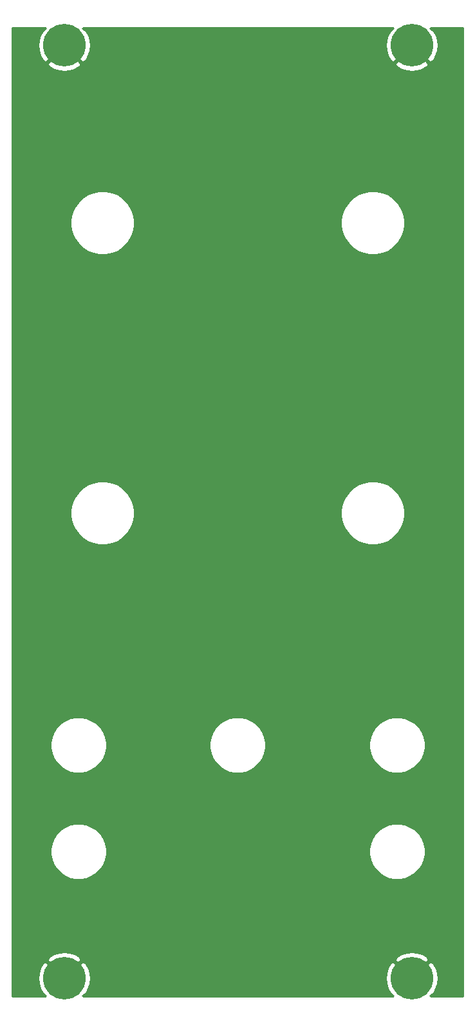
<source format=gbr>
%TF.GenerationSoftware,KiCad,Pcbnew,5.1.6-c6e7f7d~87~ubuntu18.04.1*%
%TF.CreationDate,2020-07-29T19:06:40-04:00*%
%TF.ProjectId,front_panel,66726f6e-745f-4706-916e-656c2e6b6963,rev?*%
%TF.SameCoordinates,Original*%
%TF.FileFunction,Copper,L2,Bot*%
%TF.FilePolarity,Positive*%
%FSLAX46Y46*%
G04 Gerber Fmt 4.6, Leading zero omitted, Abs format (unit mm)*
G04 Created by KiCad (PCBNEW 5.1.6-c6e7f7d~87~ubuntu18.04.1) date 2020-07-29 19:06:40*
%MOMM*%
%LPD*%
G01*
G04 APERTURE LIST*
%TA.AperFunction,ComponentPad*%
%ADD10C,5.600000*%
%TD*%
%TA.AperFunction,Conductor*%
%ADD11C,0.254000*%
%TD*%
G04 APERTURE END LIST*
D10*
%TO.P,H4,1*%
%TO.N,GND*%
X53220000Y-125500000D03*
%TD*%
%TO.P,H3,1*%
%TO.N,GND*%
X53220000Y-3000000D03*
%TD*%
%TO.P,H2,1*%
%TO.N,GND*%
X7500000Y-125500000D03*
%TD*%
%TO.P,H1,1*%
%TO.N,GND*%
X7500000Y-3000000D03*
%TD*%
D11*
%TO.N,GND*%
G36*
X5083517Y-763125D02*
G01*
X4634823Y-1075308D01*
X4314388Y-1671259D01*
X4116374Y-2318273D01*
X4048390Y-2991484D01*
X4113051Y-3665023D01*
X4307870Y-4313006D01*
X4625361Y-4910530D01*
X4634823Y-4924692D01*
X5083519Y-5236876D01*
X7320395Y-3000000D01*
X7306253Y-2985858D01*
X7485858Y-2806253D01*
X7500000Y-2820395D01*
X7514143Y-2806253D01*
X7693748Y-2985858D01*
X7679605Y-3000000D01*
X9916481Y-5236876D01*
X10365177Y-4924692D01*
X10685612Y-4328741D01*
X10883626Y-3681727D01*
X10951610Y-3008516D01*
X10886949Y-2334977D01*
X10692130Y-1686994D01*
X10374639Y-1089470D01*
X10365177Y-1075308D01*
X9916483Y-763125D01*
X10019608Y-660000D01*
X50700392Y-660000D01*
X50803517Y-763125D01*
X50354823Y-1075308D01*
X50034388Y-1671259D01*
X49836374Y-2318273D01*
X49768390Y-2991484D01*
X49833051Y-3665023D01*
X50027870Y-4313006D01*
X50345361Y-4910530D01*
X50354823Y-4924692D01*
X50803519Y-5236876D01*
X53040395Y-3000000D01*
X53026253Y-2985858D01*
X53205858Y-2806253D01*
X53220000Y-2820395D01*
X53234143Y-2806253D01*
X53413748Y-2985858D01*
X53399605Y-3000000D01*
X55636481Y-5236876D01*
X56085177Y-4924692D01*
X56405612Y-4328741D01*
X56603626Y-3681727D01*
X56671610Y-3008516D01*
X56606949Y-2334977D01*
X56412130Y-1686994D01*
X56094639Y-1089470D01*
X56085177Y-1075308D01*
X55636483Y-763125D01*
X55739608Y-660000D01*
X59940000Y-660000D01*
X59940001Y-127840000D01*
X55739608Y-127840000D01*
X55636483Y-127736875D01*
X56085177Y-127424692D01*
X56405612Y-126828741D01*
X56603626Y-126181727D01*
X56671610Y-125508516D01*
X56606949Y-124834977D01*
X56412130Y-124186994D01*
X56094639Y-123589470D01*
X56085177Y-123575308D01*
X55636481Y-123263124D01*
X53399605Y-125500000D01*
X53413748Y-125514143D01*
X53234143Y-125693748D01*
X53220000Y-125679605D01*
X53205858Y-125693748D01*
X53026253Y-125514143D01*
X53040395Y-125500000D01*
X50803519Y-123263124D01*
X50354823Y-123575308D01*
X50034388Y-124171259D01*
X49836374Y-124818273D01*
X49768390Y-125491484D01*
X49833051Y-126165023D01*
X50027870Y-126813006D01*
X50345361Y-127410530D01*
X50354823Y-127424692D01*
X50803517Y-127736875D01*
X50700392Y-127840000D01*
X10019608Y-127840000D01*
X9916483Y-127736875D01*
X10365177Y-127424692D01*
X10685612Y-126828741D01*
X10883626Y-126181727D01*
X10951610Y-125508516D01*
X10886949Y-124834977D01*
X10692130Y-124186994D01*
X10374639Y-123589470D01*
X10365177Y-123575308D01*
X9916481Y-123263124D01*
X7679605Y-125500000D01*
X7693748Y-125514143D01*
X7514143Y-125693748D01*
X7500000Y-125679605D01*
X7485858Y-125693748D01*
X7306253Y-125514143D01*
X7320395Y-125500000D01*
X5083519Y-123263124D01*
X4634823Y-123575308D01*
X4314388Y-124171259D01*
X4116374Y-124818273D01*
X4048390Y-125491484D01*
X4113051Y-126165023D01*
X4307870Y-126813006D01*
X4625361Y-127410530D01*
X4634823Y-127424692D01*
X5083517Y-127736875D01*
X4980392Y-127840000D01*
X660000Y-127840000D01*
X660000Y-123083519D01*
X5263124Y-123083519D01*
X7500000Y-125320395D01*
X9736876Y-123083519D01*
X50983124Y-123083519D01*
X53220000Y-125320395D01*
X55456876Y-123083519D01*
X55144692Y-122634823D01*
X54548741Y-122314388D01*
X53901727Y-122116374D01*
X53228516Y-122048390D01*
X52554977Y-122113051D01*
X51906994Y-122307870D01*
X51309470Y-122625361D01*
X51295308Y-122634823D01*
X50983124Y-123083519D01*
X9736876Y-123083519D01*
X9424692Y-122634823D01*
X8828741Y-122314388D01*
X8181727Y-122116374D01*
X7508516Y-122048390D01*
X6834977Y-122113051D01*
X6186994Y-122307870D01*
X5589470Y-122625361D01*
X5575308Y-122634823D01*
X5263124Y-123083519D01*
X660000Y-123083519D01*
X660000Y-108484396D01*
X5632961Y-108484396D01*
X5632961Y-109215604D01*
X5775613Y-109932762D01*
X6055434Y-110608310D01*
X6461671Y-111216287D01*
X6978713Y-111733329D01*
X7586690Y-112139566D01*
X8262238Y-112419387D01*
X8979396Y-112562039D01*
X9710604Y-112562039D01*
X10427762Y-112419387D01*
X11103310Y-112139566D01*
X11711287Y-111733329D01*
X12228329Y-111216287D01*
X12634566Y-110608310D01*
X12914387Y-109932762D01*
X13057039Y-109215604D01*
X13057039Y-108484396D01*
X47542961Y-108484396D01*
X47542961Y-109215604D01*
X47685613Y-109932762D01*
X47965434Y-110608310D01*
X48371671Y-111216287D01*
X48888713Y-111733329D01*
X49496690Y-112139566D01*
X50172238Y-112419387D01*
X50889396Y-112562039D01*
X51620604Y-112562039D01*
X52337762Y-112419387D01*
X53013310Y-112139566D01*
X53621287Y-111733329D01*
X54138329Y-111216287D01*
X54544566Y-110608310D01*
X54824387Y-109932762D01*
X54967039Y-109215604D01*
X54967039Y-108484396D01*
X54824387Y-107767238D01*
X54544566Y-107091690D01*
X54138329Y-106483713D01*
X53621287Y-105966671D01*
X53013310Y-105560434D01*
X52337762Y-105280613D01*
X51620604Y-105137961D01*
X50889396Y-105137961D01*
X50172238Y-105280613D01*
X49496690Y-105560434D01*
X48888713Y-105966671D01*
X48371671Y-106483713D01*
X47965434Y-107091690D01*
X47685613Y-107767238D01*
X47542961Y-108484396D01*
X13057039Y-108484396D01*
X12914387Y-107767238D01*
X12634566Y-107091690D01*
X12228329Y-106483713D01*
X11711287Y-105966671D01*
X11103310Y-105560434D01*
X10427762Y-105280613D01*
X9710604Y-105137961D01*
X8979396Y-105137961D01*
X8262238Y-105280613D01*
X7586690Y-105560434D01*
X6978713Y-105966671D01*
X6461671Y-106483713D01*
X6055434Y-107091690D01*
X5775613Y-107767238D01*
X5632961Y-108484396D01*
X660000Y-108484396D01*
X660000Y-94514396D01*
X5632961Y-94514396D01*
X5632961Y-95245604D01*
X5775613Y-95962762D01*
X6055434Y-96638310D01*
X6461671Y-97246287D01*
X6978713Y-97763329D01*
X7586690Y-98169566D01*
X8262238Y-98449387D01*
X8979396Y-98592039D01*
X9710604Y-98592039D01*
X10427762Y-98449387D01*
X11103310Y-98169566D01*
X11711287Y-97763329D01*
X12228329Y-97246287D01*
X12634566Y-96638310D01*
X12914387Y-95962762D01*
X13057039Y-95245604D01*
X13057039Y-94514396D01*
X26587961Y-94514396D01*
X26587961Y-95245604D01*
X26730613Y-95962762D01*
X27010434Y-96638310D01*
X27416671Y-97246287D01*
X27933713Y-97763329D01*
X28541690Y-98169566D01*
X29217238Y-98449387D01*
X29934396Y-98592039D01*
X30665604Y-98592039D01*
X31382762Y-98449387D01*
X32058310Y-98169566D01*
X32666287Y-97763329D01*
X33183329Y-97246287D01*
X33589566Y-96638310D01*
X33869387Y-95962762D01*
X34012039Y-95245604D01*
X34012039Y-94514396D01*
X47542961Y-94514396D01*
X47542961Y-95245604D01*
X47685613Y-95962762D01*
X47965434Y-96638310D01*
X48371671Y-97246287D01*
X48888713Y-97763329D01*
X49496690Y-98169566D01*
X50172238Y-98449387D01*
X50889396Y-98592039D01*
X51620604Y-98592039D01*
X52337762Y-98449387D01*
X53013310Y-98169566D01*
X53621287Y-97763329D01*
X54138329Y-97246287D01*
X54544566Y-96638310D01*
X54824387Y-95962762D01*
X54967039Y-95245604D01*
X54967039Y-94514396D01*
X54824387Y-93797238D01*
X54544566Y-93121690D01*
X54138329Y-92513713D01*
X53621287Y-91996671D01*
X53013310Y-91590434D01*
X52337762Y-91310613D01*
X51620604Y-91167961D01*
X50889396Y-91167961D01*
X50172238Y-91310613D01*
X49496690Y-91590434D01*
X48888713Y-91996671D01*
X48371671Y-92513713D01*
X47965434Y-93121690D01*
X47685613Y-93797238D01*
X47542961Y-94514396D01*
X34012039Y-94514396D01*
X33869387Y-93797238D01*
X33589566Y-93121690D01*
X33183329Y-92513713D01*
X32666287Y-91996671D01*
X32058310Y-91590434D01*
X31382762Y-91310613D01*
X30665604Y-91167961D01*
X29934396Y-91167961D01*
X29217238Y-91310613D01*
X28541690Y-91590434D01*
X27933713Y-91996671D01*
X27416671Y-92513713D01*
X27010434Y-93121690D01*
X26730613Y-93797238D01*
X26587961Y-94514396D01*
X13057039Y-94514396D01*
X12914387Y-93797238D01*
X12634566Y-93121690D01*
X12228329Y-92513713D01*
X11711287Y-91996671D01*
X11103310Y-91590434D01*
X10427762Y-91310613D01*
X9710604Y-91167961D01*
X8979396Y-91167961D01*
X8262238Y-91310613D01*
X7586690Y-91590434D01*
X6978713Y-91996671D01*
X6461671Y-92513713D01*
X6055434Y-93121690D01*
X5775613Y-93797238D01*
X5632961Y-94514396D01*
X660000Y-94514396D01*
X660000Y-63985387D01*
X8310369Y-63985387D01*
X8310369Y-64814613D01*
X8472142Y-65627904D01*
X8789473Y-66394008D01*
X9250166Y-67083484D01*
X9836516Y-67669834D01*
X10525992Y-68130527D01*
X11292096Y-68447858D01*
X12105387Y-68609631D01*
X12934613Y-68609631D01*
X13747904Y-68447858D01*
X14514008Y-68130527D01*
X15203484Y-67669834D01*
X15789834Y-67083484D01*
X16250527Y-66394008D01*
X16567858Y-65627904D01*
X16729631Y-64814613D01*
X16729631Y-63985387D01*
X43870369Y-63985387D01*
X43870369Y-64814613D01*
X44032142Y-65627904D01*
X44349473Y-66394008D01*
X44810166Y-67083484D01*
X45396516Y-67669834D01*
X46085992Y-68130527D01*
X46852096Y-68447858D01*
X47665387Y-68609631D01*
X48494613Y-68609631D01*
X49307904Y-68447858D01*
X50074008Y-68130527D01*
X50763484Y-67669834D01*
X51349834Y-67083484D01*
X51810527Y-66394008D01*
X52127858Y-65627904D01*
X52289631Y-64814613D01*
X52289631Y-63985387D01*
X52127858Y-63172096D01*
X51810527Y-62405992D01*
X51349834Y-61716516D01*
X50763484Y-61130166D01*
X50074008Y-60669473D01*
X49307904Y-60352142D01*
X48494613Y-60190369D01*
X47665387Y-60190369D01*
X46852096Y-60352142D01*
X46085992Y-60669473D01*
X45396516Y-61130166D01*
X44810166Y-61716516D01*
X44349473Y-62405992D01*
X44032142Y-63172096D01*
X43870369Y-63985387D01*
X16729631Y-63985387D01*
X16567858Y-63172096D01*
X16250527Y-62405992D01*
X15789834Y-61716516D01*
X15203484Y-61130166D01*
X14514008Y-60669473D01*
X13747904Y-60352142D01*
X12934613Y-60190369D01*
X12105387Y-60190369D01*
X11292096Y-60352142D01*
X10525992Y-60669473D01*
X9836516Y-61130166D01*
X9250166Y-61716516D01*
X8789473Y-62405992D01*
X8472142Y-63172096D01*
X8310369Y-63985387D01*
X660000Y-63985387D01*
X660000Y-25885387D01*
X8310369Y-25885387D01*
X8310369Y-26714613D01*
X8472142Y-27527904D01*
X8789473Y-28294008D01*
X9250166Y-28983484D01*
X9836516Y-29569834D01*
X10525992Y-30030527D01*
X11292096Y-30347858D01*
X12105387Y-30509631D01*
X12934613Y-30509631D01*
X13747904Y-30347858D01*
X14514008Y-30030527D01*
X15203484Y-29569834D01*
X15789834Y-28983484D01*
X16250527Y-28294008D01*
X16567858Y-27527904D01*
X16729631Y-26714613D01*
X16729631Y-25885387D01*
X43870369Y-25885387D01*
X43870369Y-26714613D01*
X44032142Y-27527904D01*
X44349473Y-28294008D01*
X44810166Y-28983484D01*
X45396516Y-29569834D01*
X46085992Y-30030527D01*
X46852096Y-30347858D01*
X47665387Y-30509631D01*
X48494613Y-30509631D01*
X49307904Y-30347858D01*
X50074008Y-30030527D01*
X50763484Y-29569834D01*
X51349834Y-28983484D01*
X51810527Y-28294008D01*
X52127858Y-27527904D01*
X52289631Y-26714613D01*
X52289631Y-25885387D01*
X52127858Y-25072096D01*
X51810527Y-24305992D01*
X51349834Y-23616516D01*
X50763484Y-23030166D01*
X50074008Y-22569473D01*
X49307904Y-22252142D01*
X48494613Y-22090369D01*
X47665387Y-22090369D01*
X46852096Y-22252142D01*
X46085992Y-22569473D01*
X45396516Y-23030166D01*
X44810166Y-23616516D01*
X44349473Y-24305992D01*
X44032142Y-25072096D01*
X43870369Y-25885387D01*
X16729631Y-25885387D01*
X16567858Y-25072096D01*
X16250527Y-24305992D01*
X15789834Y-23616516D01*
X15203484Y-23030166D01*
X14514008Y-22569473D01*
X13747904Y-22252142D01*
X12934613Y-22090369D01*
X12105387Y-22090369D01*
X11292096Y-22252142D01*
X10525992Y-22569473D01*
X9836516Y-23030166D01*
X9250166Y-23616516D01*
X8789473Y-24305992D01*
X8472142Y-25072096D01*
X8310369Y-25885387D01*
X660000Y-25885387D01*
X660000Y-5416481D01*
X5263124Y-5416481D01*
X5575308Y-5865177D01*
X6171259Y-6185612D01*
X6818273Y-6383626D01*
X7491484Y-6451610D01*
X8165023Y-6386949D01*
X8813006Y-6192130D01*
X9410530Y-5874639D01*
X9424692Y-5865177D01*
X9736876Y-5416481D01*
X50983124Y-5416481D01*
X51295308Y-5865177D01*
X51891259Y-6185612D01*
X52538273Y-6383626D01*
X53211484Y-6451610D01*
X53885023Y-6386949D01*
X54533006Y-6192130D01*
X55130530Y-5874639D01*
X55144692Y-5865177D01*
X55456876Y-5416481D01*
X53220000Y-3179605D01*
X50983124Y-5416481D01*
X9736876Y-5416481D01*
X7500000Y-3179605D01*
X5263124Y-5416481D01*
X660000Y-5416481D01*
X660000Y-660000D01*
X4980392Y-660000D01*
X5083517Y-763125D01*
G37*
X5083517Y-763125D02*
X4634823Y-1075308D01*
X4314388Y-1671259D01*
X4116374Y-2318273D01*
X4048390Y-2991484D01*
X4113051Y-3665023D01*
X4307870Y-4313006D01*
X4625361Y-4910530D01*
X4634823Y-4924692D01*
X5083519Y-5236876D01*
X7320395Y-3000000D01*
X7306253Y-2985858D01*
X7485858Y-2806253D01*
X7500000Y-2820395D01*
X7514143Y-2806253D01*
X7693748Y-2985858D01*
X7679605Y-3000000D01*
X9916481Y-5236876D01*
X10365177Y-4924692D01*
X10685612Y-4328741D01*
X10883626Y-3681727D01*
X10951610Y-3008516D01*
X10886949Y-2334977D01*
X10692130Y-1686994D01*
X10374639Y-1089470D01*
X10365177Y-1075308D01*
X9916483Y-763125D01*
X10019608Y-660000D01*
X50700392Y-660000D01*
X50803517Y-763125D01*
X50354823Y-1075308D01*
X50034388Y-1671259D01*
X49836374Y-2318273D01*
X49768390Y-2991484D01*
X49833051Y-3665023D01*
X50027870Y-4313006D01*
X50345361Y-4910530D01*
X50354823Y-4924692D01*
X50803519Y-5236876D01*
X53040395Y-3000000D01*
X53026253Y-2985858D01*
X53205858Y-2806253D01*
X53220000Y-2820395D01*
X53234143Y-2806253D01*
X53413748Y-2985858D01*
X53399605Y-3000000D01*
X55636481Y-5236876D01*
X56085177Y-4924692D01*
X56405612Y-4328741D01*
X56603626Y-3681727D01*
X56671610Y-3008516D01*
X56606949Y-2334977D01*
X56412130Y-1686994D01*
X56094639Y-1089470D01*
X56085177Y-1075308D01*
X55636483Y-763125D01*
X55739608Y-660000D01*
X59940000Y-660000D01*
X59940001Y-127840000D01*
X55739608Y-127840000D01*
X55636483Y-127736875D01*
X56085177Y-127424692D01*
X56405612Y-126828741D01*
X56603626Y-126181727D01*
X56671610Y-125508516D01*
X56606949Y-124834977D01*
X56412130Y-124186994D01*
X56094639Y-123589470D01*
X56085177Y-123575308D01*
X55636481Y-123263124D01*
X53399605Y-125500000D01*
X53413748Y-125514143D01*
X53234143Y-125693748D01*
X53220000Y-125679605D01*
X53205858Y-125693748D01*
X53026253Y-125514143D01*
X53040395Y-125500000D01*
X50803519Y-123263124D01*
X50354823Y-123575308D01*
X50034388Y-124171259D01*
X49836374Y-124818273D01*
X49768390Y-125491484D01*
X49833051Y-126165023D01*
X50027870Y-126813006D01*
X50345361Y-127410530D01*
X50354823Y-127424692D01*
X50803517Y-127736875D01*
X50700392Y-127840000D01*
X10019608Y-127840000D01*
X9916483Y-127736875D01*
X10365177Y-127424692D01*
X10685612Y-126828741D01*
X10883626Y-126181727D01*
X10951610Y-125508516D01*
X10886949Y-124834977D01*
X10692130Y-124186994D01*
X10374639Y-123589470D01*
X10365177Y-123575308D01*
X9916481Y-123263124D01*
X7679605Y-125500000D01*
X7693748Y-125514143D01*
X7514143Y-125693748D01*
X7500000Y-125679605D01*
X7485858Y-125693748D01*
X7306253Y-125514143D01*
X7320395Y-125500000D01*
X5083519Y-123263124D01*
X4634823Y-123575308D01*
X4314388Y-124171259D01*
X4116374Y-124818273D01*
X4048390Y-125491484D01*
X4113051Y-126165023D01*
X4307870Y-126813006D01*
X4625361Y-127410530D01*
X4634823Y-127424692D01*
X5083517Y-127736875D01*
X4980392Y-127840000D01*
X660000Y-127840000D01*
X660000Y-123083519D01*
X5263124Y-123083519D01*
X7500000Y-125320395D01*
X9736876Y-123083519D01*
X50983124Y-123083519D01*
X53220000Y-125320395D01*
X55456876Y-123083519D01*
X55144692Y-122634823D01*
X54548741Y-122314388D01*
X53901727Y-122116374D01*
X53228516Y-122048390D01*
X52554977Y-122113051D01*
X51906994Y-122307870D01*
X51309470Y-122625361D01*
X51295308Y-122634823D01*
X50983124Y-123083519D01*
X9736876Y-123083519D01*
X9424692Y-122634823D01*
X8828741Y-122314388D01*
X8181727Y-122116374D01*
X7508516Y-122048390D01*
X6834977Y-122113051D01*
X6186994Y-122307870D01*
X5589470Y-122625361D01*
X5575308Y-122634823D01*
X5263124Y-123083519D01*
X660000Y-123083519D01*
X660000Y-108484396D01*
X5632961Y-108484396D01*
X5632961Y-109215604D01*
X5775613Y-109932762D01*
X6055434Y-110608310D01*
X6461671Y-111216287D01*
X6978713Y-111733329D01*
X7586690Y-112139566D01*
X8262238Y-112419387D01*
X8979396Y-112562039D01*
X9710604Y-112562039D01*
X10427762Y-112419387D01*
X11103310Y-112139566D01*
X11711287Y-111733329D01*
X12228329Y-111216287D01*
X12634566Y-110608310D01*
X12914387Y-109932762D01*
X13057039Y-109215604D01*
X13057039Y-108484396D01*
X47542961Y-108484396D01*
X47542961Y-109215604D01*
X47685613Y-109932762D01*
X47965434Y-110608310D01*
X48371671Y-111216287D01*
X48888713Y-111733329D01*
X49496690Y-112139566D01*
X50172238Y-112419387D01*
X50889396Y-112562039D01*
X51620604Y-112562039D01*
X52337762Y-112419387D01*
X53013310Y-112139566D01*
X53621287Y-111733329D01*
X54138329Y-111216287D01*
X54544566Y-110608310D01*
X54824387Y-109932762D01*
X54967039Y-109215604D01*
X54967039Y-108484396D01*
X54824387Y-107767238D01*
X54544566Y-107091690D01*
X54138329Y-106483713D01*
X53621287Y-105966671D01*
X53013310Y-105560434D01*
X52337762Y-105280613D01*
X51620604Y-105137961D01*
X50889396Y-105137961D01*
X50172238Y-105280613D01*
X49496690Y-105560434D01*
X48888713Y-105966671D01*
X48371671Y-106483713D01*
X47965434Y-107091690D01*
X47685613Y-107767238D01*
X47542961Y-108484396D01*
X13057039Y-108484396D01*
X12914387Y-107767238D01*
X12634566Y-107091690D01*
X12228329Y-106483713D01*
X11711287Y-105966671D01*
X11103310Y-105560434D01*
X10427762Y-105280613D01*
X9710604Y-105137961D01*
X8979396Y-105137961D01*
X8262238Y-105280613D01*
X7586690Y-105560434D01*
X6978713Y-105966671D01*
X6461671Y-106483713D01*
X6055434Y-107091690D01*
X5775613Y-107767238D01*
X5632961Y-108484396D01*
X660000Y-108484396D01*
X660000Y-94514396D01*
X5632961Y-94514396D01*
X5632961Y-95245604D01*
X5775613Y-95962762D01*
X6055434Y-96638310D01*
X6461671Y-97246287D01*
X6978713Y-97763329D01*
X7586690Y-98169566D01*
X8262238Y-98449387D01*
X8979396Y-98592039D01*
X9710604Y-98592039D01*
X10427762Y-98449387D01*
X11103310Y-98169566D01*
X11711287Y-97763329D01*
X12228329Y-97246287D01*
X12634566Y-96638310D01*
X12914387Y-95962762D01*
X13057039Y-95245604D01*
X13057039Y-94514396D01*
X26587961Y-94514396D01*
X26587961Y-95245604D01*
X26730613Y-95962762D01*
X27010434Y-96638310D01*
X27416671Y-97246287D01*
X27933713Y-97763329D01*
X28541690Y-98169566D01*
X29217238Y-98449387D01*
X29934396Y-98592039D01*
X30665604Y-98592039D01*
X31382762Y-98449387D01*
X32058310Y-98169566D01*
X32666287Y-97763329D01*
X33183329Y-97246287D01*
X33589566Y-96638310D01*
X33869387Y-95962762D01*
X34012039Y-95245604D01*
X34012039Y-94514396D01*
X47542961Y-94514396D01*
X47542961Y-95245604D01*
X47685613Y-95962762D01*
X47965434Y-96638310D01*
X48371671Y-97246287D01*
X48888713Y-97763329D01*
X49496690Y-98169566D01*
X50172238Y-98449387D01*
X50889396Y-98592039D01*
X51620604Y-98592039D01*
X52337762Y-98449387D01*
X53013310Y-98169566D01*
X53621287Y-97763329D01*
X54138329Y-97246287D01*
X54544566Y-96638310D01*
X54824387Y-95962762D01*
X54967039Y-95245604D01*
X54967039Y-94514396D01*
X54824387Y-93797238D01*
X54544566Y-93121690D01*
X54138329Y-92513713D01*
X53621287Y-91996671D01*
X53013310Y-91590434D01*
X52337762Y-91310613D01*
X51620604Y-91167961D01*
X50889396Y-91167961D01*
X50172238Y-91310613D01*
X49496690Y-91590434D01*
X48888713Y-91996671D01*
X48371671Y-92513713D01*
X47965434Y-93121690D01*
X47685613Y-93797238D01*
X47542961Y-94514396D01*
X34012039Y-94514396D01*
X33869387Y-93797238D01*
X33589566Y-93121690D01*
X33183329Y-92513713D01*
X32666287Y-91996671D01*
X32058310Y-91590434D01*
X31382762Y-91310613D01*
X30665604Y-91167961D01*
X29934396Y-91167961D01*
X29217238Y-91310613D01*
X28541690Y-91590434D01*
X27933713Y-91996671D01*
X27416671Y-92513713D01*
X27010434Y-93121690D01*
X26730613Y-93797238D01*
X26587961Y-94514396D01*
X13057039Y-94514396D01*
X12914387Y-93797238D01*
X12634566Y-93121690D01*
X12228329Y-92513713D01*
X11711287Y-91996671D01*
X11103310Y-91590434D01*
X10427762Y-91310613D01*
X9710604Y-91167961D01*
X8979396Y-91167961D01*
X8262238Y-91310613D01*
X7586690Y-91590434D01*
X6978713Y-91996671D01*
X6461671Y-92513713D01*
X6055434Y-93121690D01*
X5775613Y-93797238D01*
X5632961Y-94514396D01*
X660000Y-94514396D01*
X660000Y-63985387D01*
X8310369Y-63985387D01*
X8310369Y-64814613D01*
X8472142Y-65627904D01*
X8789473Y-66394008D01*
X9250166Y-67083484D01*
X9836516Y-67669834D01*
X10525992Y-68130527D01*
X11292096Y-68447858D01*
X12105387Y-68609631D01*
X12934613Y-68609631D01*
X13747904Y-68447858D01*
X14514008Y-68130527D01*
X15203484Y-67669834D01*
X15789834Y-67083484D01*
X16250527Y-66394008D01*
X16567858Y-65627904D01*
X16729631Y-64814613D01*
X16729631Y-63985387D01*
X43870369Y-63985387D01*
X43870369Y-64814613D01*
X44032142Y-65627904D01*
X44349473Y-66394008D01*
X44810166Y-67083484D01*
X45396516Y-67669834D01*
X46085992Y-68130527D01*
X46852096Y-68447858D01*
X47665387Y-68609631D01*
X48494613Y-68609631D01*
X49307904Y-68447858D01*
X50074008Y-68130527D01*
X50763484Y-67669834D01*
X51349834Y-67083484D01*
X51810527Y-66394008D01*
X52127858Y-65627904D01*
X52289631Y-64814613D01*
X52289631Y-63985387D01*
X52127858Y-63172096D01*
X51810527Y-62405992D01*
X51349834Y-61716516D01*
X50763484Y-61130166D01*
X50074008Y-60669473D01*
X49307904Y-60352142D01*
X48494613Y-60190369D01*
X47665387Y-60190369D01*
X46852096Y-60352142D01*
X46085992Y-60669473D01*
X45396516Y-61130166D01*
X44810166Y-61716516D01*
X44349473Y-62405992D01*
X44032142Y-63172096D01*
X43870369Y-63985387D01*
X16729631Y-63985387D01*
X16567858Y-63172096D01*
X16250527Y-62405992D01*
X15789834Y-61716516D01*
X15203484Y-61130166D01*
X14514008Y-60669473D01*
X13747904Y-60352142D01*
X12934613Y-60190369D01*
X12105387Y-60190369D01*
X11292096Y-60352142D01*
X10525992Y-60669473D01*
X9836516Y-61130166D01*
X9250166Y-61716516D01*
X8789473Y-62405992D01*
X8472142Y-63172096D01*
X8310369Y-63985387D01*
X660000Y-63985387D01*
X660000Y-25885387D01*
X8310369Y-25885387D01*
X8310369Y-26714613D01*
X8472142Y-27527904D01*
X8789473Y-28294008D01*
X9250166Y-28983484D01*
X9836516Y-29569834D01*
X10525992Y-30030527D01*
X11292096Y-30347858D01*
X12105387Y-30509631D01*
X12934613Y-30509631D01*
X13747904Y-30347858D01*
X14514008Y-30030527D01*
X15203484Y-29569834D01*
X15789834Y-28983484D01*
X16250527Y-28294008D01*
X16567858Y-27527904D01*
X16729631Y-26714613D01*
X16729631Y-25885387D01*
X43870369Y-25885387D01*
X43870369Y-26714613D01*
X44032142Y-27527904D01*
X44349473Y-28294008D01*
X44810166Y-28983484D01*
X45396516Y-29569834D01*
X46085992Y-30030527D01*
X46852096Y-30347858D01*
X47665387Y-30509631D01*
X48494613Y-30509631D01*
X49307904Y-30347858D01*
X50074008Y-30030527D01*
X50763484Y-29569834D01*
X51349834Y-28983484D01*
X51810527Y-28294008D01*
X52127858Y-27527904D01*
X52289631Y-26714613D01*
X52289631Y-25885387D01*
X52127858Y-25072096D01*
X51810527Y-24305992D01*
X51349834Y-23616516D01*
X50763484Y-23030166D01*
X50074008Y-22569473D01*
X49307904Y-22252142D01*
X48494613Y-22090369D01*
X47665387Y-22090369D01*
X46852096Y-22252142D01*
X46085992Y-22569473D01*
X45396516Y-23030166D01*
X44810166Y-23616516D01*
X44349473Y-24305992D01*
X44032142Y-25072096D01*
X43870369Y-25885387D01*
X16729631Y-25885387D01*
X16567858Y-25072096D01*
X16250527Y-24305992D01*
X15789834Y-23616516D01*
X15203484Y-23030166D01*
X14514008Y-22569473D01*
X13747904Y-22252142D01*
X12934613Y-22090369D01*
X12105387Y-22090369D01*
X11292096Y-22252142D01*
X10525992Y-22569473D01*
X9836516Y-23030166D01*
X9250166Y-23616516D01*
X8789473Y-24305992D01*
X8472142Y-25072096D01*
X8310369Y-25885387D01*
X660000Y-25885387D01*
X660000Y-5416481D01*
X5263124Y-5416481D01*
X5575308Y-5865177D01*
X6171259Y-6185612D01*
X6818273Y-6383626D01*
X7491484Y-6451610D01*
X8165023Y-6386949D01*
X8813006Y-6192130D01*
X9410530Y-5874639D01*
X9424692Y-5865177D01*
X9736876Y-5416481D01*
X50983124Y-5416481D01*
X51295308Y-5865177D01*
X51891259Y-6185612D01*
X52538273Y-6383626D01*
X53211484Y-6451610D01*
X53885023Y-6386949D01*
X54533006Y-6192130D01*
X55130530Y-5874639D01*
X55144692Y-5865177D01*
X55456876Y-5416481D01*
X53220000Y-3179605D01*
X50983124Y-5416481D01*
X9736876Y-5416481D01*
X7500000Y-3179605D01*
X5263124Y-5416481D01*
X660000Y-5416481D01*
X660000Y-660000D01*
X4980392Y-660000D01*
X5083517Y-763125D01*
%TD*%
M02*

</source>
